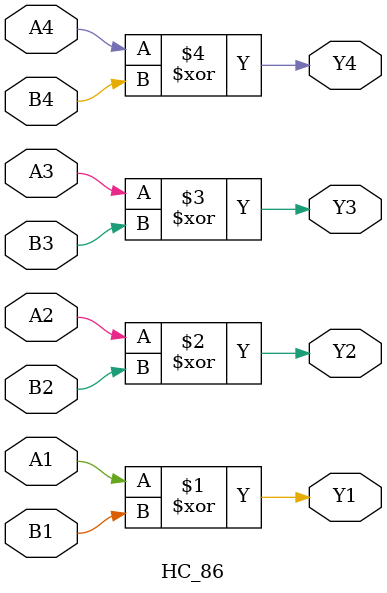
<source format=v>
module HC_86(A1, B1, A2, B2, A3, B3, A4, B4, Y1, Y2, Y3, Y4);

input A1, B1, A2, B2, A3, B3, A4, B4;
output Y1, Y2, Y3, Y4;

assign Y1 = A1^B1;
assign Y2 = A2^B2;
assign Y3 = A3^B3;
assign Y4 = A4^B4;

endmodule
</source>
